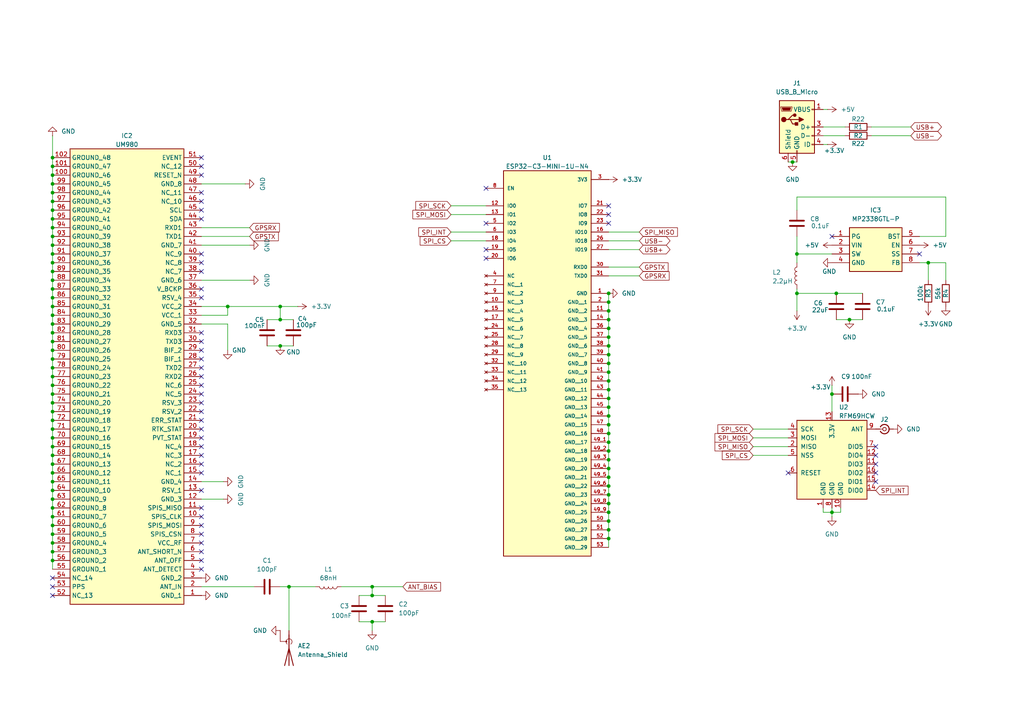
<source format=kicad_sch>
(kicad_sch (version 20250114) (generator "eeschema") (generator_version "9.0")
  (paper "A4")
  (lib_symbols
    (symbol "Connector:Conn_Coaxial_Small" (pin_numbers (hide yes)) (pin_names (offset 1.016) (hide yes))
      (property "Reference" "J" (at 0.254 3.048 0))
      (property "Value" "Conn_Coaxial_Small" (at 0 -3.81 0))
      (symbol "Conn_Coaxial_Small_0_1"
        (polyline (pts (xy -2.54 0) (xy -0.508 0)))
        (circle (center 0 0) (radius 0.508) (stroke (width 0.2032)))
      )
      (symbol "Conn_Coaxial_Small_1_1"
        (arc (start 1.3484 0.0039) (mid 0.327 -1.308) (end -1.1916 -0.6311) (stroke (width 0.3048)))
        (arc (start -1.1916 0.6311) (mid 0.327 1.3081) (end 1.3484 -0.0039) (stroke (width 0.3048)))
        (pin passive line (at -2.54 0 0) (length 1.27) (name "In") (number "1"))
        (pin passive line (at 2.54 0 180) (length 1.27) (name "Ext") (number "2"))
      )
    )
    (symbol "Connector:USB_B_Micro" (pin_names (offset 1.016))
      (property "Reference" "J" (at -5.08 11.43 0))
      (property "Value" "USB_B_Micro" (at -5.08 8.89 0))
      (symbol "USB_B_Micro_0_1"
        (rectangle (start -5.08 -7.62) (end 5.08 7.62) (stroke (width 0.254)) (fill (type background)))
        (polyline (pts (xy -4.699 5.842) (xy -4.699 5.588) (xy -4.445 4.826) (xy -4.445 4.572) (xy -1.651 4.572) (xy -1.651 4.826) (xy -1.397 5.588) (xy -1.397 5.842) (xy -4.699 5.842)))
        (polyline (pts (xy -4.318 5.588) (xy -1.778 5.588) (xy -2.032 4.826) (xy -4.064 4.826) (xy -4.318 5.588)) (fill (type outline)))
        (circle (center -3.81 2.159) (radius 0.635) (stroke (width 0.254)) (fill (type outline)))
        (polyline (pts (xy -3.175 2.159) (xy -2.54 2.159) (xy -1.27 3.429) (xy -0.635 3.429)) (stroke (width 0.254)))
        (polyline (pts (xy -2.54 2.159) (xy -1.905 2.159) (xy -1.27 0.889) (xy 0 0.889)) (stroke (width 0.254)))
        (polyline (pts (xy -1.905 2.159) (xy 0.635 2.159)) (stroke (width 0.254)))
        (circle (center -0.635 3.429) (radius 0.381) (stroke (width 0.254)) (fill (type outline)))
        (rectangle (start -0.127 -7.62) (end 0.127 -6.858))
        (rectangle (start 0.254 1.27) (end -0.508 0.508) (stroke (width 0.254)) (fill (type outline)))
        (polyline (pts (xy 0.635 2.794) (xy 0.635 1.524) (xy 1.905 2.159) (xy 0.635 2.794)) (stroke (width 0.254)) (fill (type outline)))
        (rectangle (start 5.08 4.953) (end 4.318 5.207))
        (rectangle (start 5.08 -0.127) (end 4.318 0.127))
        (rectangle (start 5.08 -2.667) (end 4.318 -2.413))
        (rectangle (start 5.08 -5.207) (end 4.318 -4.953))
      )
      (symbol "USB_B_Micro_1_1"
        (pin passive line (at -2.54 -10.16 90) (length 2.54) (name "Shield") (number "6"))
        (pin power_out line (at 0 -10.16 90) (length 2.54) (name "GND") (number "5"))
        (pin power_out line (at 7.62 5.08 180) (length 2.54) (name "VBUS") (number "1"))
        (pin bidirectional line (at 7.62 0 180) (length 2.54) (name "D+") (number "3"))
        (pin bidirectional line (at 7.62 -2.54 180) (length 2.54) (name "D-") (number "2"))
        (pin passive line (at 7.62 -5.08 180) (length 2.54) (name "ID") (number "4"))
      )
    )
    (symbol "Device:Antenna_Shield" (pin_numbers (hide yes)) (pin_names (offset 1.016) (hide yes))
      (property "Reference" "AE" (at -1.905 4.445 0))
      (property "Value" "Antenna_Shield" (at -1.905 2.54 0))
      (symbol "Antenna_Shield_0_1"
        (arc (start 0 -2.667) (mid -0.8485 -2.1032) (end -0.508 -1.143))
        (polyline (pts (xy 0 5.08) (xy 0 -3.81)) (stroke (width 0.254)))
        (polyline (pts (xy 0 -2.54) (xy 0 0)))
        (arc (start 0.508 -1.143) (mid 0.8046 -2.0885) (end 0 -2.667))
        (polyline (pts (xy 0.762 -1.905) (xy 2.54 -1.905)))
        (circle (center 0.762 -1.905) (radius 0.1778) (fill (type outline)))
        (polyline (pts (xy 1.27 5.08) (xy 0 0) (xy -1.27 5.08)) (stroke (width 0.254)))
        (polyline (pts (xy 2.54 -2.54) (xy 2.54 -1.905)))
      )
      (symbol "Antenna_Shield_1_1"
        (pin input line (at 0 -5.08 90) (length 2.54) (name "A") (number "1"))
        (pin input line (at 2.54 -5.08 90) (length 2.54) (name "Shield") (number "2"))
      )
    )
    (symbol "Device:C" (pin_numbers (hide yes)) (pin_names (offset 0.254))
      (property "Reference" "C" (at 0.635 2.54 0))
      (property "Value" "C" (at 0.635 -2.54 0))
      (symbol "C_0_1"
        (polyline (pts (xy -2.032 0.762) (xy 2.032 0.762)) (stroke (width 0.508)))
        (polyline (pts (xy -2.032 -0.762) (xy 2.032 -0.762)) (stroke (width 0.508)))
      )
      (symbol "C_1_1"
        (pin passive line (at 0 3.81 270) (length 2.794) (name "~") (number "1"))
        (pin passive line (at 0 -3.81 90) (length 2.794) (name "~") (number "2"))
      )
    )
    (symbol "Device:L" (pin_numbers (hide yes)) (pin_names (offset 1.016) (hide yes))
      (property "Reference" "L" (at -1.27 0 90))
      (property "Value" "L" (at 1.905 0 90))
      (symbol "L_0_1"
        (arc (start 0 2.54) (mid 0.6323 1.905) (end 0 1.27))
        (arc (start 0 1.27) (mid 0.6323 0.635) (end 0 0))
        (arc (start 0 0) (mid 0.6323 -0.635) (end 0 -1.27))
        (arc (start 0 -1.27) (mid 0.6323 -1.905) (end 0 -2.54))
      )
      (symbol "L_1_1"
        (pin passive line (at 0 3.81 270) (length 1.27) (name "1") (number "1"))
        (pin passive line (at 0 -3.81 90) (length 1.27) (name "2") (number "2"))
      )
    )
    (symbol "Device:R" (pin_numbers (hide yes)) (pin_names (offset 0))
      (property "Reference" "R" (at 2.032 0 90))
      (property "Value" "R" (at 0 0 90))
      (symbol "R_0_1"
        (rectangle (start -1.016 -2.54) (end 1.016 2.54) (stroke (width 0.254)))
      )
      (symbol "R_1_1"
        (pin passive line (at 0 3.81 270) (length 1.27) (name "~") (number "1"))
        (pin passive line (at 0 -3.81 90) (length 1.27) (name "~") (number "2"))
      )
    )
    (symbol "ESP32-C3-MINI-1U-N4:ESP32-C3-MINI-1U-N4" (pin_names (offset 1.016))
      (property "Reference" "U" (at -12.7 18.796 0))
      (property "Value" "ESP32-C3-MINI-1U-N4" (at -12.7 -96.52 0))
      (symbol "ESP32-C3-MINI-1U-N4_0_0"
        (rectangle (start -12.7 -93.98) (end 12.7 17.78) (stroke (width 0.254)) (fill (type background)))
        (pin input line (at -17.78 12.7 0) (length 5.08) (name "EN") (number "8"))
        (pin bidirectional line (at -17.78 7.62 0) (length 5.08) (name "IO0") (number "12"))
        (pin bidirectional line (at -17.78 5.08 0) (length 5.08) (name "IO1") (number "13"))
        (pin bidirectional line (at -17.78 2.54 0) (length 5.08) (name "IO2") (number "5"))
        (pin bidirectional line (at -17.78 0 0) (length 5.08) (name "IO3") (number "6"))
        (pin bidirectional line (at -17.78 -2.54 0) (length 5.08) (name "IO4") (number "18"))
        (pin bidirectional line (at -17.78 -5.08 0) (length 5.08) (name "IO5") (number "19"))
        (pin bidirectional line (at -17.78 -7.62 0) (length 5.08) (name "IO6") (number "20"))
        (pin no_connect line (at -17.78 -12.7 0) (length 5.08) (name "NC") (number "4"))
        (pin no_connect line (at -17.78 -15.24 0) (length 5.08) (name "NC__1") (number "7"))
        (pin no_connect line (at -17.78 -17.78 0) (length 5.08) (name "NC__2") (number "9"))
        (pin no_connect line (at -17.78 -20.32 0) (length 5.08) (name "NC__3") (number "10"))
        (pin no_connect line (at -17.78 -22.86 0) (length 5.08) (name "NC__4") (number "15"))
        (pin no_connect line (at -17.78 -25.4 0) (length 5.08) (name "NC__5") (number "17"))
        (pin no_connect line (at -17.78 -27.94 0) (length 5.08) (name "NC__6") (number "24"))
        (pin no_connect line (at -17.78 -30.48 0) (length 5.08) (name "NC__7") (number "25"))
        (pin no_connect line (at -17.78 -33.02 0) (length 5.08) (name "NC__8") (number "28"))
        (pin no_connect line (at -17.78 -35.56 0) (length 5.08) (name "NC__9") (number "29"))
        (pin no_connect line (at -17.78 -38.1 0) (length 5.08) (name "NC__10") (number "32"))
        (pin no_connect line (at -17.78 -40.64 0) (length 5.08) (name "NC__11") (number "33"))
        (pin no_connect line (at -17.78 -43.18 0) (length 5.08) (name "NC__12") (number "34"))
        (pin no_connect line (at -17.78 -45.72 0) (length 5.08) (name "NC__13") (number "35"))
        (pin power_in line (at 17.78 15.24 180) (length 5.08) (name "3V3") (number "3"))
        (pin bidirectional line (at 17.78 7.62 180) (length 5.08) (name "IO7") (number "21"))
        (pin bidirectional line (at 17.78 5.08 180) (length 5.08) (name "IO8") (number "22"))
        (pin bidirectional line (at 17.78 2.54 180) (length 5.08) (name "IO9") (number "23"))
        (pin bidirectional line (at 17.78 0 180) (length 5.08) (name "IO10") (number "16"))
        (pin bidirectional line (at 17.78 -2.54 180) (length 5.08) (name "IO18") (number "26"))
        (pin bidirectional line (at 17.78 -5.08 180) (length 5.08) (name "IO19") (number "27"))
        (pin bidirectional line (at 17.78 -10.16 180) (length 5.08) (name "RXD0") (number "30"))
        (pin bidirectional line (at 17.78 -12.7 180) (length 5.08) (name "TXD0") (number "31"))
        (pin power_in line (at 17.78 -17.78 180) (length 5.08) (name "GND") (number "1"))
        (pin power_in line (at 17.78 -20.32 180) (length 5.08) (name "GND__1") (number "2"))
        (pin power_in line (at 17.78 -22.86 180) (length 5.08) (name "GND__2") (number "11"))
        (pin power_in line (at 17.78 -25.4 180) (length 5.08) (name "GND__3") (number "14"))
        (pin power_in line (at 17.78 -27.94 180) (length 5.08) (name "GND__4") (number "36"))
        (pin power_in line (at 17.78 -30.48 180) (length 5.08) (name "GND__5") (number "37"))
        (pin power_in line (at 17.78 -33.02 180) (length 5.08) (name "GND__6") (number "38"))
        (pin power_in line (at 17.78 -35.56 180) (length 5.08) (name "GND__7") (number "39"))
        (pin power_in line (at 17.78 -38.1 180) (length 5.08) (name "GND__8") (number "40"))
        (pin power_in line (at 17.78 -40.64 180) (length 5.08) (name "GND__9") (number "41"))
        (pin power_in line (at 17.78 -43.18 180) (length 5.08) (name "GND__10") (number "42"))
        (pin power_in line (at 17.78 -45.72 180) (length 5.08) (name "GND__11") (number "43"))
        (pin power_in line (at 17.78 -48.26 180) (length 5.08) (name "GND__12") (number "44"))
        (pin power_in line (at 17.78 -50.8 180) (length 5.08) (name "GND__13") (number "45"))
        (pin power_in line (at 17.78 -53.34 180) (length 5.08) (name "GND__14") (number "46"))
        (pin power_in line (at 17.78 -55.88 180) (length 5.08) (name "GND__15") (number "47"))
        (pin power_in line (at 17.78 -58.42 180) (length 5.08) (name "GND__16") (number "48"))
        (pin power_in line (at 17.78 -60.96 180) (length 5.08) (name "GND__17") (number "49_1"))
        (pin power_in line (at 17.78 -63.5 180) (length 5.08) (name "GND__18") (number "49_2"))
        (pin power_in line (at 17.78 -66.04 180) (length 5.08) (name "GND__19") (number "49_3"))
        (pin power_in line (at 17.78 -68.58 180) (length 5.08) (name "GND__20") (number "49_4"))
        (pin power_in line (at 17.78 -71.12 180) (length 5.08) (name "GND__21") (number "49_5"))
        (pin power_in line (at 17.78 -73.66 180) (length 5.08) (name "GND__22") (number "49_6"))
        (pin power_in line (at 17.78 -76.2 180) (length 5.08) (name "GND__23") (number "49_7"))
        (pin power_in line (at 17.78 -78.74 180) (length 5.08) (name "GND__24") (number "49_8"))
        (pin power_in line (at 17.78 -81.28 180) (length 5.08) (name "GND__25") (number "49_9"))
        (pin power_in line (at 17.78 -83.82 180) (length 5.08) (name "GND__26") (number "50"))
        (pin power_in line (at 17.78 -86.36 180) (length 5.08) (name "GND__27") (number "51"))
        (pin power_in line (at 17.78 -88.9 180) (length 5.08) (name "GND__28") (number "52"))
        (pin power_in line (at 17.78 -91.44 180) (length 5.08) (name "GND__29") (number "53"))
      )
    )
    (symbol "RF_Module:RFM69HCW" (pin_names (offset 1.016))
      (property "Reference" "U" (at -10.414 11.684 0))
      (property "Value" "RFM69HCW" (at 1.524 11.43 0))
      (symbol "RFM69HCW_0_1"
        (rectangle (start -10.16 10.16) (end 10.16 -12.7) (stroke (width 0.254)) (fill (type background)))
      )
      (symbol "RFM69HCW_1_1"
        (pin input line (at -12.7 7.62 0) (length 2.54) (name "SCK") (number "4"))
        (pin input line (at -12.7 5.08 0) (length 2.54) (name "MOSI") (number "3"))
        (pin output line (at -12.7 2.54 0) (length 2.54) (name "MISO") (number "2"))
        (pin input line (at -12.7 0 0) (length 2.54) (name "NSS") (number "5"))
        (pin bidirectional line (at -12.7 -5.08 0) (length 2.54) (name "RESET") (number "6"))
        (pin power_in line (at -2.54 -15.24 90) (length 2.54) (name "GND") (number "1"))
        (pin power_in line (at 0 12.7 270) (length 2.54) (name "3.3V") (number "13"))
        (pin power_in line (at 0 -15.24 90) (length 2.54) (name "GND") (number "8"))
        (pin power_in line (at 2.54 -15.24 90) (length 2.54) (name "GND") (number "10"))
        (pin bidirectional line (at 12.7 7.62 180) (length 2.54) (name "ANT") (number "9"))
        (pin bidirectional line (at 12.7 2.54 180) (length 2.54) (name "DIO5") (number "7"))
        (pin bidirectional line (at 12.7 0 180) (length 2.54) (name "DIO4") (number "12"))
        (pin bidirectional line (at 12.7 -2.54 180) (length 2.54) (name "DIO3") (number "11"))
        (pin bidirectional line (at 12.7 -5.08 180) (length 2.54) (name "DIO2") (number "16"))
        (pin bidirectional line (at 12.7 -7.62 180) (length 2.54) (name "DIO1") (number "15"))
        (pin bidirectional line (at 12.7 -10.16 180) (length 2.54) (name "DIO0") (number "14"))
      )
    )
    (symbol "SamacSys_Parts:MP2338GTL-P"
      (property "Reference" "IC" (at 21.59 7.62 0))
      (property "Value" "MP2338GTL-P" (at 21.59 5.08 0))
      (symbol "MP2338GTL-P_1_1"
        (rectangle (start 5.08 2.54) (end 20.32 -10.16) (stroke (width 0.254)) (fill (type background)))
        (pin passive line (at 0 0 0) (length 5.08) (name "PG") (number "1"))
        (pin passive line (at 0 -2.54 0) (length 5.08) (name "VIN") (number "2"))
        (pin passive line (at 0 -5.08 0) (length 5.08) (name "SW") (number "3"))
        (pin passive line (at 0 -7.62 0) (length 5.08) (name "GND") (number "4"))
        (pin passive line (at 25.4 0 180) (length 5.08) (name "BST") (number "5"))
        (pin passive line (at 25.4 -2.54 180) (length 5.08) (name "EN") (number "6"))
        (pin passive line (at 25.4 -5.08 180) (length 5.08) (name "SS") (number "7"))
        (pin passive line (at 25.4 -7.62 180) (length 5.08) (name "FB") (number "8"))
      )
    )
    (symbol "SamacSys_Parts:UM980"
      (property "Reference" "IC" (at 39.37 7.62 0))
      (property "Value" "UM980" (at 39.37 5.08 0))
      (symbol "UM980_1_1"
        (rectangle (start 5.08 2.54) (end 38.1 -129.54) (stroke (width 0.254)) (fill (type background)))
        (pin passive line (at 0 0 0) (length 5.08) (name "GND_1") (number "1"))
        (pin passive line (at 0 -2.54 0) (length 5.08) (name "ANT_IN") (number "2"))
        (pin passive line (at 0 -5.08 0) (length 5.08) (name "GND_2") (number "3"))
        (pin passive line (at 0 -7.62 0) (length 5.08) (name "ANT_DETECT") (number "4"))
        (pin passive line (at 0 -10.16 0) (length 5.08) (name "ANT_OFF") (number "5"))
        (pin passive line (at 0 -12.7 0) (length 5.08) (name "ANT_SHORT_N") (number "6"))
        (pin passive line (at 0 -15.24 0) (length 5.08) (name "VCC_RF") (number "7"))
        (pin passive line (at 0 -17.78 0) (length 5.08) (name "SPIS_CSN") (number "8"))
        (pin passive line (at 0 -20.32 0) (length 5.08) (name "SPIS_MOSI") (number "9"))
        (pin passive line (at 0 -22.86 0) (length 5.08) (name "SPIS_CLK") (number "10"))
        (pin passive line (at 0 -25.4 0) (length 5.08) (name "SPIS_MISO") (number "11"))
        (pin passive line (at 0 -27.94 0) (length 5.08) (name "GND_3") (number "12"))
        (pin passive line (at 0 -30.48 0) (length 5.08) (name "RSV_1") (number "13"))
        (pin passive line (at 0 -33.02 0) (length 5.08) (name "GND_4") (number "14"))
        (pin passive line (at 0 -35.56 0) (length 5.08) (name "NC_1") (number "15"))
        (pin passive line (at 0 -38.1 0) (length 5.08) (name "NC_2") (number "16"))
        (pin passive line (at 0 -40.64 0) (length 5.08) (name "NC_3") (number "17"))
        (pin passive line (at 0 -43.18 0) (length 5.08) (name "NC_4") (number "18"))
        (pin passive line (at 0 -45.72 0) (length 5.08) (name "PVT_STAT") (number "19"))
        (pin passive line (at 0 -48.26 0) (length 5.08) (name "RTK_STAT") (number "20"))
        (pin passive line (at 0 -50.8 0) (length 5.08) (name "ERR_STAT") (number "21"))
        (pin passive line (at 0 -53.34 0) (length 5.08) (name "RSV_2") (number "22"))
        (pin passive line (at 0 -55.88 0) (length 5.08) (name "RSV_3") (number "23"))
        (pin passive line (at 0 -58.42 0) (length 5.08) (name "NC_5") (number "24"))
        (pin passive line (at 0 -60.96 0) (length 5.08) (name "NC_6") (number "25"))
        (pin passive line (at 0 -63.5 0) (length 5.08) (name "RXD2") (number "26"))
        (pin passive line (at 0 -66.04 0) (length 5.08) (name "TXD2") (number "27"))
        (pin passive line (at 0 -68.58 0) (length 5.08) (name "BIF_1") (number "28"))
        (pin passive line (at 0 -71.12 0) (length 5.08) (name "BIF_2") (number "29"))
        (pin passive line (at 0 -73.66 0) (length 5.08) (name "TXD3") (number "30"))
        (pin passive line (at 0 -76.2 0) (length 5.08) (name "RXD3") (number "31"))
        (pin passive line (at 0 -78.74 0) (length 5.08) (name "GND_5") (number "32"))
        (pin passive line (at 0 -81.28 0) (length 5.08) (name "VCC_1") (number "33"))
        (pin passive line (at 0 -83.82 0) (length 5.08) (name "VCC_2") (number "34"))
        (pin passive line (at 0 -86.36 0) (length 5.08) (name "RSV_4") (number "35"))
        (pin passive line (at 0 -88.9 0) (length 5.08) (name "V_BCKP") (number "36"))
        (pin passive line (at 0 -91.44 0) (length 5.08) (name "GND_6") (number "37"))
        (pin passive line (at 0 -93.98 0) (length 5.08) (name "NC_7") (number "38"))
        (pin passive line (at 0 -96.52 0) (length 5.08) (name "NC_8") (number "39"))
        (pin passive line (at 0 -99.06 0) (length 5.08) (name "NC_9") (number "40"))
        (pin passive line (at 0 -101.6 0) (length 5.08) (name "GND_7") (number "41"))
        (pin passive line (at 0 -104.14 0) (length 5.08) (name "TXD1") (number "42"))
        (pin passive line (at 0 -106.68 0) (length 5.08) (name "RXD1") (number "43"))
        (pin passive line (at 0 -109.22 0) (length 5.08) (name "SDA") (number "44"))
        (pin passive line (at 0 -111.76 0) (length 5.08) (name "SCL") (number "45"))
        (pin passive line (at 0 -114.3 0) (length 5.08) (name "NC_10") (number "46"))
        (pin passive line (at 0 -116.84 0) (length 5.08) (name "NC_11") (number "47"))
        (pin passive line (at 0 -119.38 0) (length 5.08) (name "GND_8") (number "48"))
        (pin passive line (at 0 -121.92 0) (length 5.08) (name "RESET_N") (number "49"))
        (pin passive line (at 0 -124.46 0) (length 5.08) (name "NC_12") (number "50"))
        (pin passive line (at 0 -127 0) (length 5.08) (name "EVENT") (number "51"))
        (pin passive line (at 43.18 0 180) (length 5.08) (name "NC_13") (number "52"))
        (pin passive line (at 43.18 -2.54 180) (length 5.08) (name "PPS") (number "53"))
        (pin passive line (at 43.18 -5.08 180) (length 5.08) (name "NC_14") (number "54"))
        (pin passive line (at 43.18 -7.62 180) (length 5.08) (name "GROUND_1") (number "55"))
        (pin passive line (at 43.18 -10.16 180) (length 5.08) (name "GROUND_2") (number "56"))
        (pin passive line (at 43.18 -12.7 180) (length 5.08) (name "GROUND_3") (number "57"))
        (pin passive line (at 43.18 -15.24 180) (length 5.08) (name "GROUND_4") (number "58"))
        (pin passive line (at 43.18 -17.78 180) (length 5.08) (name "GROUND_5") (number "59"))
        (pin passive line (at 43.18 -20.32 180) (length 5.08) (name "GROUND_6") (number "60"))
        (pin passive line (at 43.18 -22.86 180) (length 5.08) (name "GROUND_7") (number "61"))
        (pin passive line (at 43.18 -25.4 180) (length 5.08) (name "GROUND_8") (number "62"))
        (pin passive line (at 43.18 -27.94 180) (length 5.08) (name "GROUND_9") (number "63"))
        (pin passive line (at 43.18 -30.48 180) (length 5.08) (name "GROUND_10") (number "64"))
        (pin passive line (at 43.18 -33.02 180) (length 5.08) (name "GROUND_11") (number "65"))
        (pin passive line (at 43.18 -35.56 180) (length 5.08) (name "GROUND_12") (number "66"))
        (pin passive line (at 43.18 -38.1 180) (length 5.08) (name "GROUND_13") (number "67"))
        (pin passive line (at 43.18 -40.64 180) (length 5.08) (name "GROUND_14") (number "68"))
        (pin passive line (at 43.18 -43.18 180) (length 5.08) (name "GROUND_15") (number "69"))
        (pin passive line (at 43.18 -45.72 180) (length 5.08) (name "GROUND_16") (number "70"))
        (pin passive line (at 43.18 -48.26 180) (length 5.08) (name "GROUND_17") (number "71"))
        (pin passive line (at 43.18 -50.8 180) (length 5.08) (name "GROUND_18") (number "72"))
        (pin passive line (at 43.18 -53.34 180) (length 5.08) (name "GROUND_19") (number "73"))
        (pin passive line (at 43.18 -55.88 180) (length 5.08) (name "GROUND_20") (number "74"))
        (pin passive line (at 43.18 -58.42 180) (length 5.08) (name "GROUND_21") (number "75"))
        (pin passive line (at 43.18 -60.96 180) (length 5.08) (name "GROUND_22") (number "76"))
        (pin passive line (at 43.18 -63.5 180) (length 5.08) (name "GROUND_23") (number "77"))
        (pin passive line (at 43.18 -66.04 180) (length 5.08) (name "GROUND_24") (number "78"))
        (pin passive line (at 43.18 -68.58 180) (length 5.08) (name "GROUND_25") (number "79"))
        (pin passive line (at 43.18 -71.12 180) (length 5.08) (name "GROUND_26") (number "80"))
        (pin passive line (at 43.18 -73.66 180) (length 5.08) (name "GROUND_27") (number "81"))
        (pin passive line (at 43.18 -76.2 180) (length 5.08) (name "GROUND_28") (number "82"))
        (pin passive line (at 43.18 -78.74 180) (length 5.08) (name "GROUND_29") (number "83"))
        (pin passive line (at 43.18 -81.28 180) (length 5.08) (name "GROUND_30") (number "84"))
        (pin passive line (at 43.18 -83.82 180) (length 5.08) (name "GROUND_31") (number "85"))
        (pin passive line (at 43.18 -86.36 180) (length 5.08) (name "GROUND_32") (number "86"))
        (pin passive line (at 43.18 -88.9 180) (length 5.08) (name "GROUND_33") (number "87"))
        (pin passive line (at 43.18 -91.44 180) (length 5.08) (name "GROUND_34") (number "88"))
        (pin passive line (at 43.18 -93.98 180) (length 5.08) (name "GROUND_35") (number "89"))
        (pin passive line (at 43.18 -96.52 180) (length 5.08) (name "GROUND_36") (number "90"))
        (pin passive line (at 43.18 -99.06 180) (length 5.08) (name "GROUND_37") (number "91"))
        (pin passive line (at 43.18 -101.6 180) (length 5.08) (name "GROUND_38") (number "92"))
        (pin passive line (at 43.18 -104.14 180) (length 5.08) (name "GROUND_39") (number "93"))
        (pin passive line (at 43.18 -106.68 180) (length 5.08) (name "GROUND_40") (number "94"))
        (pin passive line (at 43.18 -109.22 180) (length 5.08) (name "GROUND_41") (number "95"))
        (pin passive line (at 43.18 -111.76 180) (length 5.08) (name "GROUND_42") (number "96"))
        (pin passive line (at 43.18 -114.3 180) (length 5.08) (name "GROUND_43") (number "97"))
        (pin passive line (at 43.18 -116.84 180) (length 5.08) (name "GROUND_44") (number "98"))
        (pin passive line (at 43.18 -119.38 180) (length 5.08) (name "GROUND_45") (number "99"))
        (pin passive line (at 43.18 -121.92 180) (length 5.08) (name "GROUND_46") (number "100"))
        (pin passive line (at 43.18 -124.46 180) (length 5.08) (name "GROUND_47") (number "101"))
        (pin passive line (at 43.18 -127 180) (length 5.08) (name "GROUND_48") (number "102"))
      )
    )
    (symbol "power:+3.3V" (power) (pin_numbers (hide yes)) (pin_names (offset 0) (hide yes))
      (property "Value" "+3.3V" (at 0 3.556 0))
      (symbol "+3.3V_0_1"
        (polyline (pts (xy -0.762 1.27) (xy 0 2.54)))
        (polyline (pts (xy 0 2.54) (xy 0.762 1.27)))
        (polyline (pts (xy 0 0) (xy 0 2.54)))
      )
      (symbol "+3.3V_1_1"
        (pin power_in line (at 0 0 90) (length 0) (name "~") (number "1"))
      )
    )
    (symbol "power:+5V" (power) (pin_numbers (hide yes)) (pin_names (offset 0) (hide yes))
      (property "Value" "+5V" (at 0 3.556 0))
      (symbol "+5V_0_1"
        (polyline (pts (xy -0.762 1.27) (xy 0 2.54)))
        (polyline (pts (xy 0 2.54) (xy 0.762 1.27)))
        (polyline (pts (xy 0 0) (xy 0 2.54)))
      )
      (symbol "+5V_1_1"
        (pin power_in line (at 0 0 90) (length 0) (name "~") (number "1"))
      )
    )
    (symbol "power:GND" (power) (pin_numbers (hide yes)) (pin_names (offset 0) (hide yes))
      (property "Value" "GND" (at 0 -3.81 0))
      (symbol "GND_0_1"
        (polyline (pts (xy 0 0) (xy 0 -1.27) (xy 1.27 -1.27) (xy 0 -2.54) (xy -1.27 -1.27) (xy 0 -1.27)))
      )
      (symbol "GND_1_1"
        (pin power_in line (at 0 0 270) (length 0) (name "~") (number "1"))
      )
    )
  )
  (junction (at 15.24 160.02))
  (junction (at 176.53 118.11))
  (junction (at 176.53 153.67))
  (junction (at 15.24 129.54))
  (junction (at 176.53 120.65))
  (junction (at 15.24 63.5))
  (junction (at 107.95 170.18))
  (junction (at 15.24 58.42))
  (junction (at 176.53 130.81))
  (junction (at 269.24 76.2))
  (junction (at 231.14 85.09))
  (junction (at 81.28 88.9))
  (junction (at 15.24 154.94))
  (junction (at 176.53 90.17))
  (junction (at 15.24 96.52))
  (junction (at 15.24 132.08))
  (junction (at 15.24 109.22))
  (junction (at 176.53 135.89))
  (junction (at 15.24 66.04))
  (junction (at 15.24 73.66))
  (junction (at 176.53 87.63))
  (junction (at 15.24 116.84))
  (junction (at 15.24 88.9))
  (junction (at 176.53 105.41))
  (junction (at 241.3 114.3))
  (junction (at 231.14 73.66))
  (junction (at 15.24 50.8))
  (junction (at 176.53 146.05))
  (junction (at 15.24 91.44))
  (junction (at 176.53 123.19))
  (junction (at 15.24 55.88))
  (junction (at 83.82 170.18))
  (junction (at 107.95 180.34))
  (junction (at 241.3 148.59))
  (junction (at 15.24 78.74))
  (junction (at 15.24 144.78))
  (junction (at 176.53 143.51))
  (junction (at 15.24 48.26))
  (junction (at 15.24 157.48))
  (junction (at 176.53 125.73))
  (junction (at 15.24 114.3))
  (junction (at 176.53 102.87))
  (junction (at 176.53 151.13))
  (junction (at 15.24 152.4))
  (junction (at 176.53 148.59))
  (junction (at 15.24 104.14))
  (junction (at 242.57 85.09))
  (junction (at 15.24 93.98))
  (junction (at 81.28 92.71))
  (junction (at 229.87 46.99))
  (junction (at 15.24 81.28))
  (junction (at 15.24 149.86))
  (junction (at 15.24 60.96))
  (junction (at 15.24 76.2))
  (junction (at 176.53 115.57))
  (junction (at 15.24 139.7))
  (junction (at 176.53 138.43))
  (junction (at 176.53 156.21))
  (junction (at 15.24 101.6))
  (junction (at 15.24 121.92))
  (junction (at 176.53 100.33))
  (junction (at 15.24 68.58))
  (junction (at 15.24 99.06))
  (junction (at 176.53 133.35))
  (junction (at 15.24 45.72))
  (junction (at 81.28 100.33))
  (junction (at 15.24 127))
  (junction (at 15.24 111.76))
  (junction (at 176.53 140.97))
  (junction (at 15.24 147.32))
  (junction (at 15.24 124.46))
  (junction (at 176.53 95.25))
  (junction (at 176.53 107.95))
  (junction (at 15.24 142.24))
  (junction (at 15.24 106.68))
  (junction (at 107.95 172.72))
  (junction (at 15.24 71.12))
  (junction (at 176.53 85.09))
  (junction (at 176.53 97.79))
  (junction (at 15.24 83.82))
  (junction (at 176.53 113.03))
  (junction (at 15.24 119.38))
  (junction (at 176.53 92.71))
  (junction (at 66.04 88.9))
  (junction (at 15.24 137.16))
  (junction (at 15.24 162.56))
  (junction (at 246.38 92.71))
  (junction (at 176.53 110.49))
  (junction (at 176.53 128.27))
  (junction (at 15.24 134.62))
  (junction (at 15.24 86.36))
  (junction (at 15.24 53.34))
  (no_connect (at 58.42 157.48))
  (no_connect (at 228.6 137.16))
  (no_connect (at 58.42 114.3))
  (no_connect (at 58.42 60.96))
  (no_connect (at 58.42 134.62))
  (no_connect (at 58.42 162.56))
  (no_connect (at 58.42 45.72))
  (no_connect (at 15.24 167.64))
  (no_connect (at 58.42 109.22))
  (no_connect (at 58.42 104.14))
  (no_connect (at 58.42 86.36))
  (no_connect (at 58.42 116.84))
  (no_connect (at 58.42 111.76))
  (no_connect (at 58.42 119.38))
  (no_connect (at 58.42 147.32))
  (no_connect (at 58.42 106.68))
  (no_connect (at 58.42 99.06))
  (no_connect (at 58.42 129.54))
  (no_connect (at 254 129.54))
  (no_connect (at 254 137.16))
  (no_connect (at 58.42 160.02))
  (no_connect (at 58.42 48.26))
  (no_connect (at 15.24 172.72))
  (no_connect (at 58.42 132.08))
  (no_connect (at 176.53 59.69))
  (no_connect (at 140.97 72.39))
  (no_connect (at 58.42 58.42))
  (no_connect (at 58.42 101.6))
  (no_connect (at 58.42 149.86))
  (no_connect (at 176.53 64.77))
  (no_connect (at 58.42 142.24))
  (no_connect (at 58.42 78.74))
  (no_connect (at 58.42 50.8))
  (no_connect (at 140.97 64.77))
  (no_connect (at 241.3 68.58))
  (no_connect (at 58.42 73.66))
  (no_connect (at 58.42 76.2))
  (no_connect (at 58.42 127))
  (no_connect (at 58.42 55.88))
  (no_connect (at 58.42 83.82))
  (no_connect (at 58.42 152.4))
  (no_connect (at 58.42 121.92))
  (no_connect (at 58.42 154.94))
  (no_connect (at 266.7 73.66))
  (no_connect (at 140.97 54.61))
  (no_connect (at 58.42 96.52))
  (no_connect (at 58.42 63.5))
  (no_connect (at 58.42 124.46))
  (no_connect (at 140.97 74.93))
  (no_connect (at 254 134.62))
  (no_connect (at 176.53 62.23))
  (no_connect (at 58.42 137.16))
  (no_connect (at 254 132.08))
  (no_connect (at 254 139.7))
  (no_connect (at 58.42 165.1))
  (no_connect (at 15.24 170.18))
  (wire (pts (xy 15.24 137.16) (xy 15.24 139.7)))
  (wire (pts (xy 15.24 50.8) (xy 15.24 53.34)))
  (wire (pts (xy 15.24 132.08) (xy 15.24 134.62)))
  (wire (pts (xy 15.24 78.74) (xy 15.24 81.28)))
  (wire (pts (xy 58.42 144.78) (xy 64.77 144.78)))
  (wire (pts (xy 231.14 85.09) (xy 242.57 85.09)))
  (wire (pts (xy 107.95 180.34) (xy 107.95 182.88)))
  (wire (pts (xy 15.24 144.78) (xy 15.24 147.32)))
  (wire (pts (xy 274.32 76.2) (xy 274.32 81.28)))
  (wire (pts (xy 176.53 77.47) (xy 185.42 77.47)))
  (wire (pts (xy 58.42 68.58) (xy 72.39 68.58)))
  (wire (pts (xy 15.24 114.3) (xy 15.24 116.84)))
  (wire (pts (xy 66.04 88.9) (xy 81.28 88.9)))
  (wire (pts (xy 15.24 68.58) (xy 15.24 71.12)))
  (wire (pts (xy 15.24 139.7) (xy 15.24 142.24)))
  (wire (pts (xy 176.53 120.65) (xy 176.53 123.19)))
  (wire (pts (xy 66.04 91.44) (xy 66.04 88.9)))
  (wire (pts (xy 252.73 36.83) (xy 264.16 36.83)))
  (wire (pts (xy 274.32 57.15) (xy 274.32 68.58)))
  (wire (pts (xy 15.24 121.92) (xy 15.24 124.46)))
  (wire (pts (xy 66.04 93.98) (xy 58.42 93.98)))
  (wire (pts (xy 176.53 95.25) (xy 176.53 97.79)))
  (wire (pts (xy 176.53 110.49) (xy 176.53 113.03)))
  (wire (pts (xy 15.24 106.68) (xy 15.24 109.22)))
  (wire (pts (xy 130.81 59.69) (xy 140.97 59.69)))
  (wire (pts (xy 15.24 160.02) (xy 15.24 162.56)))
  (wire (pts (xy 238.76 147.32) (xy 238.76 148.59)))
  (wire (pts (xy 238.76 41.91) (xy 240.03 41.91)))
  (wire (pts (xy 238.76 31.75) (xy 240.03 31.75)))
  (wire (pts (xy 241.3 73.66) (xy 231.14 73.66)))
  (wire (pts (xy 176.53 146.05) (xy 176.53 148.59)))
  (wire (pts (xy 58.42 66.04) (xy 72.39 66.04)))
  (wire (pts (xy 83.82 170.18) (xy 83.82 182.88)))
  (wire (pts (xy 15.24 106.68) (xy 15.24 104.14)))
  (wire (pts (xy 15.24 124.46) (xy 15.24 127)))
  (wire (pts (xy 176.53 130.81) (xy 176.53 133.35)))
  (wire (pts (xy 176.53 102.87) (xy 176.53 105.41)))
  (wire (pts (xy 58.42 71.12) (xy 72.39 71.12)))
  (wire (pts (xy 15.24 127) (xy 15.24 129.54)))
  (wire (pts (xy 15.24 45.72) (xy 15.24 39.37)))
  (wire (pts (xy 15.24 71.12) (xy 15.24 73.66)))
  (wire (pts (xy 15.24 60.96) (xy 15.24 63.5)))
  (wire (pts (xy 15.24 142.24) (xy 15.24 144.78)))
  (wire (pts (xy 176.53 105.41) (xy 176.53 107.95)))
  (wire (pts (xy 218.44 132.08) (xy 228.6 132.08)))
  (wire (pts (xy 252.73 39.37) (xy 264.16 39.37)))
  (wire (pts (xy 77.47 100.33) (xy 81.28 100.33)))
  (wire (pts (xy 15.24 147.32) (xy 15.24 149.86)))
  (wire (pts (xy 15.24 48.26) (xy 15.24 45.72)))
  (wire (pts (xy 176.53 123.19) (xy 176.53 125.73)))
  (wire (pts (xy 176.53 128.27) (xy 176.53 130.81)))
  (wire (pts (xy 15.24 48.26) (xy 15.24 50.8)))
  (wire (pts (xy 15.24 152.4) (xy 15.24 154.94)))
  (wire (pts (xy 176.53 113.03) (xy 176.53 115.57)))
  (wire (pts (xy 231.14 85.09) (xy 231.14 90.17)))
  (wire (pts (xy 58.42 81.28) (xy 72.39 81.28)))
  (wire (pts (xy 15.24 73.66) (xy 15.24 76.2)))
  (wire (pts (xy 229.87 46.99) (xy 231.14 46.99)))
  (wire (pts (xy 15.24 119.38) (xy 15.24 121.92)))
  (wire (pts (xy 81.28 100.33) (xy 85.09 100.33)))
  (wire (pts (xy 238.76 148.59) (xy 241.3 148.59)))
  (wire (pts (xy 176.53 138.43) (xy 176.53 140.97)))
  (wire (pts (xy 231.14 68.58) (xy 231.14 73.66)))
  (wire (pts (xy 15.24 157.48) (xy 15.24 160.02)))
  (wire (pts (xy 176.53 69.85) (xy 185.42 69.85)))
  (wire (pts (xy 15.24 91.44) (xy 15.24 93.98)))
  (wire (pts (xy 81.28 170.18) (xy 83.82 170.18)))
  (wire (pts (xy 176.53 135.89) (xy 176.53 138.43)))
  (wire (pts (xy 15.24 55.88) (xy 15.24 53.34)))
  (wire (pts (xy 246.38 92.71) (xy 250.19 92.71)))
  (wire (pts (xy 15.24 81.28) (xy 15.24 83.82)))
  (wire (pts (xy 241.3 111.76) (xy 241.3 114.3)))
  (wire (pts (xy 241.3 148.59) (xy 243.84 148.59)))
  (wire (pts (xy 231.14 83.82) (xy 231.14 85.09)))
  (wire (pts (xy 130.81 69.85) (xy 140.97 69.85)))
  (wire (pts (xy 241.3 147.32) (xy 241.3 148.59)))
  (wire (pts (xy 176.53 118.11) (xy 176.53 120.65)))
  (wire (pts (xy 176.53 85.09) (xy 176.53 87.63)))
  (wire (pts (xy 15.24 93.98) (xy 15.24 96.52)))
  (wire (pts (xy 242.57 85.09) (xy 250.19 85.09)))
  (wire (pts (xy 266.7 76.2) (xy 269.24 76.2)))
  (wire (pts (xy 218.44 124.46) (xy 228.6 124.46)))
  (wire (pts (xy 241.3 148.59) (xy 241.3 149.86)))
  (wire (pts (xy 130.81 62.23) (xy 140.97 62.23)))
  (wire (pts (xy 228.6 46.99) (xy 229.87 46.99)))
  (wire (pts (xy 58.42 170.18) (xy 73.66 170.18)))
  (wire (pts (xy 176.53 92.71) (xy 176.53 95.25)))
  (wire (pts (xy 241.3 114.3) (xy 241.3 119.38)))
  (wire (pts (xy 15.24 58.42) (xy 15.24 55.88)))
  (wire (pts (xy 242.57 92.71) (xy 246.38 92.71)))
  (wire (pts (xy 15.24 99.06) (xy 15.24 101.6)))
  (wire (pts (xy 15.24 83.82) (xy 15.24 86.36)))
  (wire (pts (xy 15.24 88.9) (xy 15.24 91.44)))
  (wire (pts (xy 15.24 116.84) (xy 15.24 119.38)))
  (wire (pts (xy 176.53 153.67) (xy 176.53 156.21)))
  (wire (pts (xy 231.14 57.15) (xy 274.32 57.15)))
  (wire (pts (xy 15.24 162.56) (xy 15.24 165.1)))
  (wire (pts (xy 111.76 172.72) (xy 107.95 172.72)))
  (wire (pts (xy 176.53 100.33) (xy 176.53 102.87)))
  (wire (pts (xy 111.76 180.34) (xy 107.95 180.34)))
  (wire (pts (xy 269.24 76.2) (xy 274.32 76.2)))
  (wire (pts (xy 176.53 97.79) (xy 176.53 100.33)))
  (wire (pts (xy 243.84 147.32) (xy 243.84 148.59)))
  (wire (pts (xy 15.24 76.2) (xy 15.24 78.74)))
  (wire (pts (xy 15.24 101.6) (xy 15.24 104.14)))
  (wire (pts (xy 15.24 129.54) (xy 15.24 132.08)))
  (wire (pts (xy 58.42 53.34) (xy 71.12 53.34)))
  (wire (pts (xy 99.06 170.18) (xy 107.95 170.18)))
  (wire (pts (xy 85.09 92.71) (xy 81.28 92.71)))
  (wire (pts (xy 274.32 68.58) (xy 266.7 68.58)))
  (wire (pts (xy 81.28 88.9) (xy 86.36 88.9)))
  (wire (pts (xy 176.53 125.73) (xy 176.53 128.27)))
  (wire (pts (xy 176.53 67.31) (xy 185.42 67.31)))
  (wire (pts (xy 66.04 101.6) (xy 66.04 93.98)))
  (wire (pts (xy 231.14 73.66) (xy 231.14 76.2)))
  (wire (pts (xy 15.24 86.36) (xy 15.24 88.9)))
  (wire (pts (xy 15.24 134.62) (xy 15.24 137.16)))
  (wire (pts (xy 176.53 140.97) (xy 176.53 143.51)))
  (wire (pts (xy 218.44 127) (xy 228.6 127)))
  (wire (pts (xy 176.53 156.21) (xy 176.53 158.75)))
  (wire (pts (xy 107.95 170.18) (xy 116.84 170.18)))
  (wire (pts (xy 176.53 133.35) (xy 176.53 135.89)))
  (wire (pts (xy 104.14 172.72) (xy 107.95 172.72)))
  (wire (pts (xy 176.53 151.13) (xy 176.53 153.67)))
  (wire (pts (xy 15.24 68.58) (xy 15.24 66.04)))
  (wire (pts (xy 176.53 107.95) (xy 176.53 110.49)))
  (wire (pts (xy 218.44 129.54) (xy 228.6 129.54)))
  (wire (pts (xy 231.14 57.15) (xy 231.14 60.96)))
  (wire (pts (xy 15.24 111.76) (xy 15.24 114.3)))
  (wire (pts (xy 107.95 172.72) (xy 107.95 170.18)))
  (wire (pts (xy 58.42 139.7) (xy 64.77 139.7)))
  (wire (pts (xy 15.24 63.5) (xy 15.24 66.04)))
  (wire (pts (xy 77.47 92.71) (xy 81.28 92.71)))
  (wire (pts (xy 176.53 143.51) (xy 176.53 146.05)))
  (wire (pts (xy 185.42 72.39) (xy 176.53 72.39)))
  (wire (pts (xy 58.42 91.44) (xy 66.04 91.44)))
  (wire (pts (xy 15.24 154.94) (xy 15.24 157.48)))
  (wire (pts (xy 15.24 109.22) (xy 15.24 111.76)))
  (wire (pts (xy 176.53 80.01) (xy 185.42 80.01)))
  (wire (pts (xy 176.53 148.59) (xy 176.53 151.13)))
  (wire (pts (xy 15.24 149.86) (xy 15.24 152.4)))
  (wire (pts (xy 15.24 96.52) (xy 15.24 99.06)))
  (wire (pts (xy 130.81 67.31) (xy 140.97 67.31)))
  (wire (pts (xy 238.76 39.37) (xy 245.11 39.37)))
  (wire (pts (xy 58.42 88.9) (xy 66.04 88.9)))
  (wire (pts (xy 238.76 36.83) (xy 245.11 36.83)))
  (wire (pts (xy 83.82 170.18) (xy 91.44 170.18)))
  (wire (pts (xy 15.24 58.42) (xy 15.24 60.96)))
  (wire (pts (xy 176.53 90.17) (xy 176.53 92.71)))
  (wire (pts (xy 269.24 76.2) (xy 269.24 81.28)))
  (wire (pts (xy 104.14 180.34) (xy 107.95 180.34)))
  (wire (pts (xy 81.28 92.71) (xy 81.28 88.9)))
  (wire (pts (xy 176.53 87.63) (xy 176.53 90.17)))
  (wire (pts (xy 176.53 115.57) (xy 176.53 118.11)))
  (global_label "ANT_BIAS" (shape input) (at 116.84 170.18 0) (property "Intersheetrefs" "${INTERSHEET_REFS}" (effects (hide yes))))
  (global_label "SPI_MOSI" (shape input) (at 218.44 127 180) (property "Intersheetrefs" "${INTERSHEET_REFS}" (effects (hide yes))))
  (global_label "GPSTX" (shape input) (at 72.39 68.58 0) (property "Intersheetrefs" "${INTERSHEET_REFS}" (effects (hide yes))))
  (global_label "SPI_INT" (shape input) (at 130.81 67.31 180) (property "Intersheetrefs" "${INTERSHEET_REFS}" (effects (hide yes))))
  (global_label "GPSTX" (shape input) (at 185.42 77.47 0) (property "Intersheetrefs" "${INTERSHEET_REFS}" (effects (hide yes))))
  (global_label "SPI_CS" (shape input) (at 218.44 132.08 180) (property "Intersheetrefs" "${INTERSHEET_REFS}" (effects (hide yes))))
  (global_label "SPI_INT" (shape input) (at 254 142.24 0) (property "Intersheetrefs" "${INTERSHEET_REFS}" (effects (hide yes))))
  (global_label "USB-" (shape bidirectional) (at 185.42 69.85 0) (property "Intersheetrefs" "${INTERSHEET_REFS}" (effects (hide yes))))
  (global_label "SPI_SCK" (shape input) (at 130.81 59.69 180) (property "Intersheetrefs" "${INTERSHEET_REFS}" (effects (hide yes))))
  (global_label "SPI_MOSI" (shape input) (at 130.81 62.23 180) (property "Intersheetrefs" "${INTERSHEET_REFS}" (effects (hide yes))))
  (global_label "USB+" (shape bidirectional) (at 185.42 72.39 0) (property "Intersheetrefs" "${INTERSHEET_REFS}" (effects (hide yes))))
  (global_label "SPI_MISO" (shape input) (at 218.44 129.54 180) (property "Intersheetrefs" "${INTERSHEET_REFS}" (effects (hide yes))))
  (global_label "USB-" (shape bidirectional) (at 264.16 39.37 0) (property "Intersheetrefs" "${INTERSHEET_REFS}" (effects (hide yes))))
  (global_label "SPI_SCK" (shape input) (at 218.44 124.46 180) (property "Intersheetrefs" "${INTERSHEET_REFS}" (effects (hide yes))))
  (global_label "GPSRX" (shape input) (at 72.39 66.04 0) (property "Intersheetrefs" "${INTERSHEET_REFS}" (effects (hide yes))))
  (global_label "SPI_CS" (shape input) (at 130.81 69.85 180) (property "Intersheetrefs" "${INTERSHEET_REFS}" (effects (hide yes))))
  (global_label "USB+" (shape bidirectional) (at 264.16 36.83 0) (property "Intersheetrefs" "${INTERSHEET_REFS}" (effects (hide yes))))
  (global_label "GPSRX" (shape input) (at 185.42 80.01 0) (property "Intersheetrefs" "${INTERSHEET_REFS}" (effects (hide yes))))
  (global_label "SPI_MISO" (shape input) (at 185.42 67.31 0) (property "Intersheetrefs" "${INTERSHEET_REFS}" (effects (hide yes))))
  (symbol (lib_id "Device:R") (at 274.32 85.09 0) (unit 1)
    (property "Reference" "R4" (at 274.32 85.09 90))
    (property "Value" "56k" (at 272.034 85.09 90))
    (property "Footprint" "Resistor_SMD:R_0201_0603Metric_Pad0.64x0.40mm_HandSolder" (effects (hide yes)))
    (property "Description" "Resistor" (effects (hide yes)))
  )
  (symbol (lib_id "power:+3.3V") (at 269.24 88.9 180) (unit 1)
    (property "Reference" "#PWR028" (effects (hide yes)))
    (property "Value" "+3.3V" (at 269.24 93.98 0))
    (property "Description" "Power symbol creates a global label with name \"+3.3V\"" (effects (hide yes)))
  )
  (symbol (lib_id "power:GND") (at 246.38 92.71 0) (unit 1)
    (property "Reference" "#PWR024" (effects (hide yes)))
    (property "Value" "GND" (at 246.38 97.79 0))
    (property "Description" "Power symbol creates a global label with name \"GND\" , ground" (effects (hide yes)))
  )
  (symbol (lib_id "power:GND") (at 15.24 39.37 180) (unit 1)
    (property "Reference" "#PWR01" (effects (hide yes)))
    (property "Value" "GND" (at 17.78 38.0999 0) (effects (justify right)))
    (property "Description" "Power symbol creates a global label with name \"GND\" , ground" (effects (hide yes)))
  )
  (symbol (lib_id "power:+3.3V") (at 241.3 111.76 0) (unit 1)
    (property "Reference" "#PWR04" (effects (hide yes)))
    (property "Value" "+3.3V" (at 237.998 112.268 0))
    (property "Description" "Power symbol creates a global label with name \"+3.3V\"" (effects (hide yes)))
  )
  (symbol (lib_id "SamacSys_Parts:MP2338GTL-P") (at 241.3 68.58 0) (unit 1)
    (property "Reference" "IC3" (at 254 60.96 0))
    (property "Value" "MP2338GTL-P" (at 254 63.5 0))
    (property "Footprint" "SamacSys_Parts:SOTFL50P160X60-8N" (effects (hide yes)))
    (property "Datasheet" "https://www.monolithicpower.com/en/documentview/productdocument/index/version/2/document_type/Datasheet/lang/en/sku/MP2338GTL/document_id/9461/" (effects (hide yes)))
    (property "Description" "Switching Voltage Regulators High-Efficiency,28V,3A,430kHz Synchronous Buck with PG and ext.SS In SOT583 Package" (effects (hide yes)))
    (property "Height" "0.6" (effects (hide yes)))
    (property "Manufacturer_Name" "Monolithic Power Systems (MPS)" (effects (hide yes)))
    (property "Manufacturer_Part_Number" "MP2338GTL-P" (effects (hide yes)))
    (property "Mouser Part Number" "946-MP2338GTL-P" (effects (hide yes)))
    (property "Mouser Price/Stock" "https://www.mouser.co.uk/ProductDetail/Monolithic-Power-Systems-MPS/MP2338GTL-P?qs=Li%252BoUPsLEnuzkouOjBAPOg%3D%3D" (effects (hide yes)))
  )
  (symbol (lib_id "Device:R") (at 248.92 39.37 90) (unit 1)
    (property "Reference" "R2" (at 248.92 39.37 90))
    (property "Value" "R22" (at 248.92 41.656 90))
    (property "Footprint" "Resistor_SMD:R_0201_0603Metric_Pad0.64x0.40mm_HandSolder" (effects (hide yes)))
    (property "Description" "Resistor" (effects (hide yes)))
  )
  (symbol (lib_id "Device:C") (at 111.76 176.53 180) (unit 1)
    (property "Reference" "C2" (at 115.57 175.2599 0) (effects (justify right)))
    (property "Value" "100pF" (at 115.57 177.7999 0) (effects (justify right)))
    (property "Footprint" "Capacitor_SMD:C_0201_0603Metric_Pad0.64x0.40mm_HandSolder" (effects (hide yes)))
    (property "Description" "Unpolarized capacitor" (effects (hide yes)))
  )
  (symbol (lib_id "power:GND") (at 176.53 85.09 90) (unit 1)
    (property "Reference" "#PWR02" (effects (hide yes)))
    (property "Value" "GND" (at 180.34 85.0899 90) (effects (justify right)))
    (property "Description" "Power symbol creates a global label with name \"GND\" , ground" (effects (hide yes)))
  )
  (symbol (lib_id "Device:C") (at 245.11 114.3 270) (unit 1)
    (property "Reference" "C9" (at 246.634 109.22 90) (effects (justify right)))
    (property "Value" "100nF" (at 252.984 109.22 90) (effects (justify right)))
    (property "Footprint" "Capacitor_SMD:C_0201_0603Metric_Pad0.64x0.40mm_HandSolder" (effects (hide yes)))
    (property "Description" "Unpolarized capacitor" (effects (hide yes)))
  )
  (symbol (lib_id "Device:C") (at 77.47 170.18 90) (unit 1)
    (property "Reference" "C1" (at 77.47 162.56 90))
    (property "Value" "100pF" (at 77.47 165.1 90))
    (property "Footprint" "Capacitor_SMD:C_0201_0603Metric_Pad0.64x0.40mm_HandSolder" (effects (hide yes)))
    (property "Description" "Unpolarized capacitor" (effects (hide yes)))
  )
  (symbol (lib_id "Device:C") (at 77.47 96.52 180) (unit 1)
    (property "Reference" "C5" (at 73.914 92.71 0) (effects (justify right)))
    (property "Value" "100nF" (at 70.866 94.488 0) (effects (justify right)))
    (property "Footprint" "Capacitor_SMD:C_0201_0603Metric_Pad0.64x0.40mm_HandSolder" (effects (hide yes)))
    (property "Description" "Unpolarized capacitor" (effects (hide yes)))
  )
  (symbol (lib_id "SamacSys_Parts:UM980") (at 58.42 172.72 180) (unit 1)
    (property "Reference" "IC2" (at 36.83 39.37 0))
    (property "Value" "UM980" (at 36.83 41.91 0))
    (property "Footprint" "SamacSys_Parts:UM980" (effects (hide yes)))
    (property "Datasheet" "https://en.unicore.com/uploads/file/um980-user-manual-en-r1-1.pdf" (effects (hide yes)))
    (property "Description" "GNSS All-constellation Multi-frequency Voltage +3.0 V ~ +3.6 V DC" (effects (hide yes)))
    (property "Height" "2.8" (effects (hide yes)))
    (property "Manufacturer_Name" "UNICORE" (effects (hide yes)))
    (property "Manufacturer_Part_Number" "UM980" (effects (hide yes)))
  )
  (symbol (lib_id "power:GND") (at 71.12 53.34 90) (unit 1)
    (property "Reference" "#PWR010" (effects (hide yes)))
    (property "Value" "GND" (at 76.2 53.34 0))
    (property "Description" "Power symbol creates a global label with name \"GND\" , ground" (effects (hide yes)))
  )
  (symbol (lib_id "Connector:USB_B_Micro") (at 231.14 36.83 0) (unit 1)
    (property "Reference" "J1" (at 231.14 24.13 0))
    (property "Value" "USB_B_Micro" (at 231.14 26.67 0))
    (property "Footprint" "Connector_USB:USB_Micro-B_Amphenol_10118194-0001LF_Horizontal" (effects (hide yes)))
    (property "Description" "USB Micro Type B connector" (effects (hide yes)))
  )
  (symbol (lib_id "power:GND") (at 241.3 149.86 0) (unit 1)
    (property "Reference" "#PWR03" (effects (hide yes)))
    (property "Value" "GND" (at 241.3 154.94 0))
    (property "Description" "Power symbol creates a global label with name \"GND\" , ground" (effects (hide yes)))
  )
  (symbol (lib_id "power:GND") (at 72.39 81.28 90) (unit 1)
    (property "Reference" "#PWR011" (effects (hide yes)))
    (property "Value" "GND" (at 77.47 81.28 0))
    (property "Description" "Power symbol creates a global label with name \"GND\" , ground" (effects (hide yes)))
  )
  (symbol (lib_id "power:GND") (at 66.04 101.6 0) (unit 1)
    (property "Reference" "#PWR017" (effects (hide yes)))
    (property "Value" "GND" (at 67.31 101.6 0) (effects (justify left)))
    (property "Description" "Power symbol creates a global label with name \"GND\" , ground" (effects (hide yes)))
  )
  (symbol (lib_id "Device:C") (at 231.14 64.77 180) (unit 1)
    (property "Reference" "C8" (at 234.95 63.5 0) (effects (justify right)))
    (property "Value" "0.1uF" (at 235.204 65.532 0) (effects (justify right)))
    (property "Footprint" "Capacitor_SMD:C_0201_0603Metric_Pad0.64x0.40mm_HandSolder" (effects (hide yes)))
    (property "Description" "Unpolarized capacitor" (effects (hide yes)))
  )
  (symbol (lib_id "Connector:Conn_Coaxial_Small") (at 256.54 124.46 0) (unit 1)
    (property "Reference" "J2" (at 256.54 121.666 0))
    (property "Value" "Conn_Coaxial_Small" (effects (hide yes)))
    (property "Footprint" "Connector_Coaxial:U.FL_Molex_MCRF_73412-0110_Vertical" (effects (hide yes)))
    (property "Description" "small coaxial connector (BNC, SMA, SMB, SMC, Cinch/RCA, LEMO, ...)" (effects (hide yes)))
  )
  (symbol (lib_id "power:GND") (at 58.42 172.72 90) (unit 1)
    (property "Reference" "#PWR015" (effects (hide yes)))
    (property "Value" "GND" (at 62.23 172.7199 90) (effects (justify right)))
    (property "Description" "Power symbol creates a global label with name \"GND\" , ground" (effects (hide yes)))
  )
  (symbol (lib_id "power:GND") (at 81.28 100.33 0) (unit 1)
    (property "Reference" "#PWR021" (effects (hide yes)))
    (property "Value" "GND" (at 85.09 102.108 0))
    (property "Description" "Power symbol creates a global label with name \"GND\" , ground" (effects (hide yes)))
  )
  (symbol (lib_id "RF_Module:RFM69HCW") (at 241.3 132.08 0) (unit 1)
    (property "Reference" "U2" (at 243.332 118.11 0) (effects (justify left)))
    (property "Value" "RFM69HCW" (at 243.332 120.65 0) (effects (justify left)))
    (property "Footprint" "JOE Library:HOPERF_RFM9XW_THT_ikke_through" (effects (hide yes)))
    (property "Datasheet" "https://www.hoperf.com/data/upload/portal/20181127/5bfcb8284d838.pdf" (effects (hide yes)))
    (property "Description" "Low power ISM Radio Transceiver Module, SPI interface, AES encryption, 434 or 915 MHz, up to 100mW, up to 300 kb/s, SMD-16, DIP-16" (effects (hide yes)))
  )
  (symbol (lib_id "Device:R") (at 269.24 85.09 0) (unit 1)
    (property "Reference" "R3" (at 269.24 85.09 90))
    (property "Value" "100k" (at 266.954 85.09 90))
    (property "Footprint" "Resistor_SMD:R_0201_0603Metric_Pad0.64x0.40mm_HandSolder" (effects (hide yes)))
    (property "Description" "Resistor" (effects (hide yes)))
  )
  (symbol (lib_id "power:+5V") (at 241.3 71.12 90) (unit 1)
    (property "Reference" "#PWR022" (effects (hide yes)))
    (property "Value" "+5V" (at 237.49 71.1199 90) (effects (justify left)))
    (property "Description" "Power symbol creates a global label with name \"+5V\"" (effects (hide yes)))
  )
  (symbol (lib_id "Device:L") (at 231.14 80.01 180) (unit 1)
    (property "Reference" "L2" (at 224.028 78.994 0) (effects (justify right)))
    (property "Value" "2.2 µH" (at 224.028 81.534 0) (effects (justify right)))
    (property "Footprint" "Inductor_SMD:L_0805_2012Metric" (effects (hide yes)))
    (property "Description" "Inductor" (effects (hide yes)))
  )
  (symbol (lib_id "Device:R") (at 248.92 36.83 90) (unit 1)
    (property "Reference" "R1" (at 248.92 36.83 90))
    (property "Value" "R22" (at 248.92 34.544 90))
    (property "Footprint" "Resistor_SMD:R_0201_0603Metric_Pad0.64x0.40mm_HandSolder" (effects (hide yes)))
    (property "Description" "Resistor" (effects (hide yes)))
  )
  (symbol (lib_id "power:+3.3V") (at 86.36 88.9 270) (unit 1)
    (property "Reference" "#PWR020" (effects (hide yes)))
    (property "Value" "+3.3V" (at 90.17 88.8999 90) (effects (justify left)))
    (property "Description" "Power symbol creates a global label with name \"+3.3V\"" (effects (hide yes)))
  )
  (symbol (lib_id "Device:L") (at 95.25 170.18 270) (unit 1)
    (property "Reference" "L1" (at 95.25 165.1 90))
    (property "Value" "68nH" (at 95.25 167.64 90))
    (property "Footprint" "Inductor_SMD:L_0201_0603Metric" (effects (hide yes)))
    (property "Description" "Inductor" (effects (hide yes)))
  )
  (symbol (lib_id "power:GND") (at 72.39 71.12 90) (unit 1)
    (property "Reference" "#PWR016" (effects (hide yes)))
    (property "Value" "GND" (at 77.47 71.12 0))
    (property "Description" "Power symbol creates a global label with name \"GND\" , ground" (effects (hide yes)))
  )
  (symbol (lib_id "power:+5V") (at 266.7 71.12 270) (unit 1)
    (property "Reference" "#PWR025" (effects (hide yes)))
    (property "Value" "+5V" (at 270.51 71.1199 90) (effects (justify left)))
    (property "Description" "Power symbol creates a global label with name \"+5V\"" (effects (hide yes)))
  )
  (symbol (lib_id "power:GND") (at 64.77 144.78 90) (unit 1)
    (property "Reference" "#PWR013" (effects (hide yes)))
    (property "Value" "GND" (at 69.85 144.78 0))
    (property "Description" "Power symbol creates a global label with name \"GND\" , ground" (effects (hide yes)))
  )
  (symbol (lib_id "ESP32-C3-MINI-1U-N4:ESP32-C3-MINI-1U-N4") (at 158.75 67.31 0) (unit 1)
    (property "Reference" "U1" (at 158.75 45.72 0))
    (property "Value" "ESP32-C3-MINI-1U-N4" (at 158.75 48.26 0))
    (property "Footprint" "footprints:XCVR_ESP32-C3-MINI-1U-N4" (effects (hide yes)))
    (property "PARTREV" "v1.0" (effects (hide yes)))
    (property "MANUFACTURER" "Espressif Systems" (effects (hide yes)))
    (property "MAXIMUM_PACKAGE_HEIGHT" "2.55mm" (effects (hide yes)))
    (property "STANDARD" "Manufacturer Recommendations" (effects (hide yes)))
  )
  (symbol (lib_id "power:GND") (at 58.42 167.64 90) (unit 1)
    (property "Reference" "#PWR014" (effects (hide yes)))
    (property "Value" "GND" (at 62.23 167.6399 90) (effects (justify right)))
    (property "Description" "Power symbol creates a global label with name \"GND\" , ground" (effects (hide yes)))
  )
  (symbol (lib_id "power:GND") (at 241.3 76.2 270) (unit 1)
    (property "Reference" "#PWR026" (effects (hide yes)))
    (property "Value" "GND" (at 242.57 78.74 90) (effects (justify right)))
    (property "Description" "Power symbol creates a global label with name \"GND\" , ground" (effects (hide yes)))
  )
  (symbol (lib_id "power:+3.3V") (at 231.14 90.17 180) (unit 1)
    (property "Reference" "#PWR023" (effects (hide yes)))
    (property "Value" "+3.3V" (at 231.14 95.25 0))
    (property "Description" "Power symbol creates a global label with name \"+3.3V\"" (effects (hide yes)))
  )
  (symbol (lib_id "power:GND") (at 64.77 139.7 90) (unit 1)
    (property "Reference" "#PWR012" (effects (hide yes)))
    (property "Value" "GND" (at 69.85 139.7 0))
    (property "Description" "Power symbol creates a global label with name \"GND\" , ground" (effects (hide yes)))
  )
  (symbol (lib_id "power:GND") (at 107.95 182.88 0) (unit 1)
    (property "Reference" "#PWR018" (effects (hide yes)))
    (property "Value" "GND" (at 107.95 187.96 0))
    (property "Description" "Power symbol creates a global label with name \"GND\" , ground" (effects (hide yes)))
  )
  (symbol (lib_id "Device:C") (at 250.19 88.9 180) (unit 1)
    (property "Reference" "C7" (at 254 87.63 0) (effects (justify right)))
    (property "Value" "0.1uF" (at 254.254 89.662 0) (effects (justify right)))
    (property "Footprint" "Capacitor_SMD:C_0201_0603Metric_Pad0.64x0.40mm_HandSolder" (effects (hide yes)))
    (property "Description" "Unpolarized capacitor" (effects (hide yes)))
  )
  (symbol (lib_id "Device:Antenna_Shield") (at 83.82 187.96 180) (unit 1)
    (property "Reference" "AE2" (at 86.36 187.3249 0) (effects (justify right)))
    (property "Value" "Antenna_Shield" (at 86.36 189.8649 0) (effects (justify right)))
    (property "Footprint" "Connector_Coaxial:U.FL_Molex_MCRF_73412-0110_Vertical" (effects (hide yes)))
    (property "Description" "Antenna with extra pin for shielding" (effects (hide yes)))
  )
  (symbol (lib_id "power:GND") (at 248.92 114.3 90) (unit 1)
    (property "Reference" "#PWR08" (effects (hide yes)))
    (property "Value" "GND" (at 252.73 114.2999 90) (effects (justify right)))
    (property "Description" "Power symbol creates a global label with name \"GND\" , ground" (effects (hide yes)))
  )
  (symbol (lib_id "power:GND") (at 229.87 46.99 0) (unit 1)
    (property "Reference" "#PWR07" (effects (hide yes)))
    (property "Value" "GND" (at 229.87 52.07 0))
    (property "Description" "Power symbol creates a global label with name \"GND\" , ground" (effects (hide yes)))
  )
  (symbol (lib_id "power:+3.3V") (at 176.53 52.07 270) (unit 1)
    (property "Reference" "#PWR05" (effects (hide yes)))
    (property "Value" "+3.3V" (at 180.34 52.0699 90) (effects (justify left)))
    (property "Description" "Power symbol creates a global label with name \"+3.3V\"" (effects (hide yes)))
  )
  (symbol (lib_id "power:+3.3V") (at 240.03 41.91 270) (unit 1)
    (property "Reference" "#PWR06" (effects (hide yes)))
    (property "Value" "+3.3V" (at 239.014 43.688 90) (effects (justify left)))
    (property "Description" "Power symbol creates a global label with name \"+3.3V\"" (effects (hide yes)))
  )
  (symbol (lib_id "power:GND") (at 259.08 124.46 90) (unit 1)
    (property "Reference" "#PWR029" (effects (hide yes)))
    (property "Value" "GND" (at 262.89 124.4599 90) (effects (justify right)))
    (property "Description" "Power symbol creates a global label with name \"GND\" , ground" (effects (hide yes)))
  )
  (symbol (lib_id "Device:C") (at 104.14 176.53 180) (unit 1)
    (property "Reference" "C3" (at 98.552 175.768 0) (effects (justify right)))
    (property "Value" "100nF" (at 96.012 178.562 0) (effects (justify right)))
    (property "Footprint" "Capacitor_SMD:C_0201_0603Metric_Pad0.64x0.40mm_HandSolder" (effects (hide yes)))
    (property "Description" "Unpolarized capacitor" (effects (hide yes)))
  )
  (symbol (lib_id "power:+5V") (at 240.03 31.75 270) (unit 1)
    (property "Reference" "#PWR09" (effects (hide yes)))
    (property "Value" "+5V" (at 243.84 31.7499 90) (effects (justify left)))
    (property "Description" "Power symbol creates a global label with name \"+5V\"" (effects (hide yes)))
  )
  (symbol (lib_id "Device:C") (at 242.57 88.9 180) (unit 1)
    (property "Reference" "C6" (at 235.966 87.884 0) (effects (justify right)))
    (property "Value" "22uF" (at 235.458 89.916 0) (effects (justify right)))
    (property "Footprint" "Capacitor_SMD:C_0201_0603Metric_Pad0.64x0.40mm_HandSolder" (effects (hide yes)))
    (property "Description" "Unpolarized capacitor" (effects (hide yes)))
  )
  (symbol (lib_id "power:GND") (at 81.28 182.88 270) (unit 1)
    (property "Reference" "#PWR019" (effects (hide yes)))
    (property "Value" "GND" (at 77.47 182.8799 90) (effects (justify right)))
    (property "Description" "Power symbol creates a global label with name \"GND\" , ground" (effects (hide yes)))
  )
  (symbol (lib_id "power:GND") (at 274.32 88.9 0) (unit 1)
    (property "Reference" "#PWR027" (effects (hide yes)))
    (property "Value" "GND" (at 274.32 93.98 0))
    (property "Description" "Power symbol creates a global label with name \"GND\" , ground" (effects (hide yes)))
  )
  (symbol (lib_id "Device:C") (at 85.09 96.52 180) (unit 1)
    (property "Reference" "C4" (at 86.36 92.456 0) (effects (justify right)))
    (property "Value" "100pF" (at 85.852 94.234 0) (effects (justify right)))
    (property "Footprint" "Capacitor_SMD:C_0201_0603Metric_Pad0.64x0.40mm_HandSolder" (effects (hide yes)))
    (property "Description" "Unpolarized capacitor" (effects (hide yes)))
  )
)
</source>
